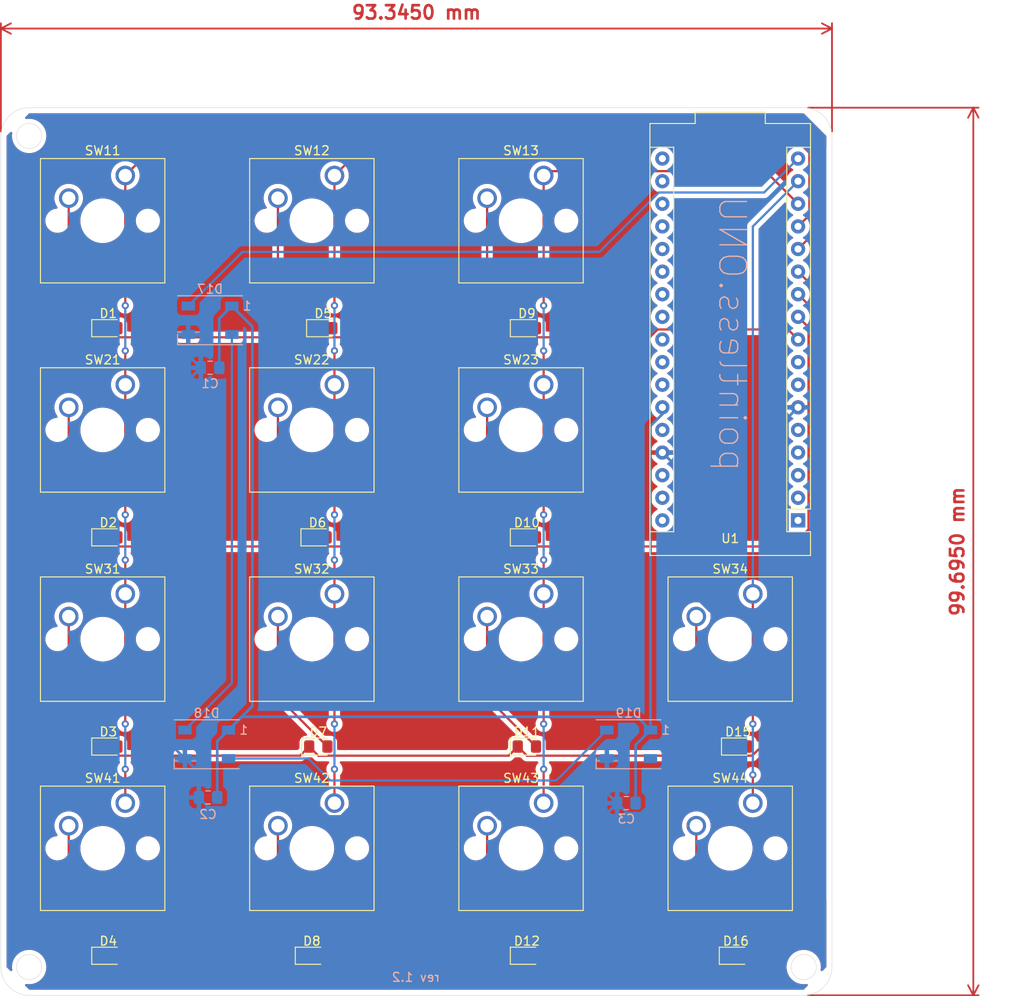
<source format=kicad_pcb>
(kicad_pcb (version 20210108) (generator pcbnew)
  (title_block (title "Onu Macropad") (date "2021-01-24") (rev "v0.1.0") (company "pointless.things") (comment 1 "Łukasz Biel") (comment 2 "lukasz-biel.dev"))
  (layers (0 "F.Cu" signal) (31 "B.Cu" signal) (34 "B.Paste" user) (35 "F.Paste" user) (36 "B.SilkS" user "B.Silkscreen") (37 "F.SilkS" user "F.Silkscreen") (38 "B.Mask" user) (39 "F.Mask" user) (44 "Edge.Cuts" user))
  (net 0 "")
  (net 1 "/GND")
  (net 2 "/VCC")
  (net 3 "Net-(D1-Pad2)")
  (net 4 "/Row1")
  (net 5 "Net-(D2-Pad2)")
  (net 6 "/Row2")
  (net 7 "Net-(D3-Pad2)")
  (net 8 "/Row3")
  (net 9 "Net-(D4-Pad2)")
  (net 10 "/Row4")
  (net 11 "Net-(D5-Pad2)")
  (net 12 "Net-(D6-Pad2)")
  (net 13 "Net-(D7-Pad2)")
  (net 14 "Net-(D8-Pad2)")
  (net 15 "Net-(D9-Pad2)")
  (net 16 "Net-(D10-Pad2)")
  (net 17 "Net-(D11-Pad2)")
  (net 18 "Net-(D12-Pad2)")
  (net 19 "Net-(D15-Pad2)")
  (net 20 "Net-(D16-Pad2)")
  (net 21 "Net-(D17-Pad2)")
  (net 22 "/LED")
  (net 23 "Net-(D18-Pad2)")
  (net 25 "/Col1")
  (net 26 "/Col2")
  (net 27 "/Col3")
  (net 28 "/Col4")
  (footprint "Button_Switch_Keyboard:SW_Cherry_MX_1.00u_PCB" (layer "F.Cu") (at 85.725 62.23)
    (fp_text reference "SW21" (at -2.54 -2.794) (layer "F.SilkS"))
    (fp_text value "SW_Push")
    (pad "" np_thru_hole circle (at 2.54 5.08) (size 1.7 1.7) (drill 1.7) (layers *.Cu *.Mask))
    (pad "" np_thru_hole circle (at -2.54 5.08) (size 4 4) (drill 4) (layers *.Cu *.Mask))
    (pad "" np_thru_hole circle (at -7.62 5.08) (size 1.7 1.7) (drill 1.7) (layers *.Cu *.Mask))
    (pad "1" thru_hole circle (at 0 0) (size 2.2 2.2) (drill 1.5) (layers *.Cu *.Mask) (net 25 "/Col1"))
    (pad "2" thru_hole circle (at -6.35 2.54) (size 2.2 2.2) (drill 1.5) (layers *.Cu *.Mask) (net 5 "Net-(D2-Pad2)"))
  )
  (footprint "Button_Switch_Keyboard:SW_Cherry_MX_1.00u_PCB" (layer "F.Cu") (at 132.715 109.22)
    (fp_text reference "SW43" (at -2.54 -2.794) (layer "F.SilkS"))
    (fp_text value "SW_Push")
    (pad "" np_thru_hole circle (at -2.54 5.08) (size 4 4) (drill 4) (layers *.Cu *.Mask))
    (pad "" np_thru_hole circle (at -7.62 5.08) (size 1.7 1.7) (drill 1.7) (layers *.Cu *.Mask))
    (pad "" np_thru_hole circle (at 2.54 5.08) (size 1.7 1.7) (drill 1.7) (layers *.Cu *.Mask))
    (pad "1" thru_hole circle (at 0 0) (size 2.2 2.2) (drill 1.5) (layers *.Cu *.Mask) (net 27 "/Col3"))
    (pad "2" thru_hole circle (at -6.35 2.54) (size 2.2 2.2) (drill 1.5) (layers *.Cu *.Mask) (net 18 "Net-(D12-Pad2)"))
  )
  (footprint "Button_Switch_Keyboard:SW_Cherry_MX_1.00u_PCB" (layer "F.Cu") (at 132.715 85.725)
    (fp_text reference "SW33" (at -2.54 -2.794) (layer "F.SilkS"))
    (fp_text value "SW_Push")
    (pad "" np_thru_hole circle (at -2.54 5.08) (size 4 4) (drill 4) (layers *.Cu *.Mask))
    (pad "" np_thru_hole circle (at -7.62 5.08) (size 1.7 1.7) (drill 1.7) (layers *.Cu *.Mask))
    (pad "" np_thru_hole circle (at 2.54 5.08) (size 1.7 1.7) (drill 1.7) (layers *.Cu *.Mask))
    (pad "1" thru_hole circle (at 0 0) (size 2.2 2.2) (drill 1.5) (layers *.Cu *.Mask) (net 27 "/Col3"))
    (pad "2" thru_hole circle (at -6.35 2.54) (size 2.2 2.2) (drill 1.5) (layers *.Cu *.Mask) (net 17 "Net-(D11-Pad2)"))
  )
  (footprint "Button_Switch_Keyboard:SW_Cherry_MX_1.00u_PCB" (layer "F.Cu") (at 132.715 38.735)
    (fp_text reference "SW13" (at -2.54 -2.794) (layer "F.SilkS"))
    (fp_text value "SW_Push")
    (pad "" np_thru_hole circle (at -7.62 5.08) (size 1.7 1.7) (drill 1.7) (layers *.Cu *.Mask))
    (pad "" np_thru_hole circle (at 2.54 5.08) (size 1.7 1.7) (drill 1.7) (layers *.Cu *.Mask))
    (pad "" np_thru_hole circle (at -2.54 5.08) (size 4 4) (drill 4) (layers *.Cu *.Mask))
    (pad "1" thru_hole circle (at 0 0) (size 2.2 2.2) (drill 1.5) (layers *.Cu *.Mask) (net 27 "/Col3"))
    (pad "2" thru_hole circle (at -6.35 2.54) (size 2.2 2.2) (drill 1.5) (layers *.Cu *.Mask) (net 15 "Net-(D9-Pad2)"))
  )
  (footprint "Diode_SMD:D_0805_2012Metric_Pad1.15x1.40mm_HandSolder" (layer "F.Cu") (at 130.8325 126.365)
    (fp_text reference "D12" (at 0 -1.65) (layer "F.SilkS"))
    (fp_text value "D")
    (pad "1" smd roundrect (at -1.025 0) (size 1.15 1.4) (layers "F.Cu" "F.Paste" "F.Mask") (roundrect_rratio 0.2173913043478261) (net 10 "/Row4"))
    (pad "2" smd roundrect (at 1.025 0) (size 1.15 1.4) (layers "F.Cu" "F.Paste" "F.Mask") (roundrect_rratio 0.2173913043478261) (net 18 "Net-(D12-Pad2)"))
  )
  (footprint "Button_Switch_Keyboard:SW_Cherry_MX_1.00u_PCB" (layer "F.Cu") (at 109.22 38.735)
    (fp_text reference "SW12" (at -2.54 -2.794) (layer "F.SilkS"))
    (fp_text value "SW_Push")
    (pad "" np_thru_hole circle (at -2.54 5.08) (size 4 4) (drill 4) (layers *.Cu *.Mask))
    (pad "" np_thru_hole circle (at -7.62 5.08) (size 1.7 1.7) (drill 1.7) (layers *.Cu *.Mask))
    (pad "" np_thru_hole circle (at 2.54 5.08) (size 1.7 1.7) (drill 1.7) (layers *.Cu *.Mask))
    (pad "1" thru_hole circle (at 0 0) (size 2.2 2.2) (drill 1.5) (layers *.Cu *.Mask) (net 26 "/Col2"))
    (pad "2" thru_hole circle (at -6.35 2.54) (size 2.2 2.2) (drill 1.5) (layers *.Cu *.Mask) (net 11 "Net-(D5-Pad2)"))
  )
  (footprint "Diode_SMD:D_0805_2012Metric_Pad1.15x1.40mm_HandSolder" (layer "F.Cu") (at 107.4075 102.87)
    (fp_text reference "D7" (at 0 -1.65) (layer "F.SilkS"))
    (fp_text value "D")
    (pad "1" smd roundrect (at -1.025 0) (size 1.15 1.4) (layers "F.Cu" "F.Paste" "F.Mask") (roundrect_rratio 0.2173913043478261) (net 8 "/Row3"))
    (pad "2" smd roundrect (at 1.025 0) (size 1.15 1.4) (layers "F.Cu" "F.Paste" "F.Mask") (roundrect_rratio 0.2173913043478261) (net 13 "Net-(D7-Pad2)"))
  )
  (footprint "Button_Switch_Keyboard:SW_Cherry_MX_1.00u_PCB" (layer "F.Cu") (at 132.715 62.23)
    (fp_text reference "SW23" (at -2.54 -2.794) (layer "F.SilkS"))
    (fp_text value "SW_Push")
    (pad "" np_thru_hole circle (at 2.54 5.08) (size 1.7 1.7) (drill 1.7) (layers *.Cu *.Mask))
    (pad "" np_thru_hole circle (at -7.62 5.08) (size 1.7 1.7) (drill 1.7) (layers *.Cu *.Mask))
    (pad "" np_thru_hole circle (at -2.54 5.08) (size 4 4) (drill 4) (layers *.Cu *.Mask))
    (pad "1" thru_hole circle (at 0 0) (size 2.2 2.2) (drill 1.5) (layers *.Cu *.Mask) (net 27 "/Col3"))
    (pad "2" thru_hole circle (at -6.35 2.54) (size 2.2 2.2) (drill 1.5) (layers *.Cu *.Mask) (net 16 "Net-(D10-Pad2)"))
  )
  (footprint "Diode_SMD:D_0805_2012Metric_Pad1.15x1.40mm_HandSolder" (layer "F.Cu") (at 83.82 79.375)
    (fp_text reference "D2" (at 0 -1.65) (layer "F.SilkS"))
    (fp_text value "D")
    (pad "1" smd roundrect (at -1.025 0) (size 1.15 1.4) (layers "F.Cu" "F.Paste" "F.Mask") (roundrect_rratio 0.2173913043478261) (net 6 "/Row2"))
    (pad "2" smd roundrect (at 1.025 0) (size 1.15 1.4) (layers "F.Cu" "F.Paste" "F.Mask") (roundrect_rratio 0.2173913043478261) (net 5 "Net-(D2-Pad2)"))
  )
  (footprint "Button_Switch_Keyboard:SW_Cherry_MX_1.00u_PCB" (layer "F.Cu") (at 85.725 38.735)
    (fp_text reference "SW11" (at -2.54 -2.794) (layer "F.SilkS"))
    (fp_text value "SW_Push")
    (pad "" np_thru_hole circle (at -7.62 5.08) (size 1.7 1.7) (drill 1.7) (layers *.Cu *.Mask))
    (pad "" np_thru_hole circle (at 2.54 5.08) (size 1.7 1.7) (drill 1.7) (layers *.Cu *.Mask))
    (pad "" np_thru_hole circle (at -2.54 5.08) (size 4 4) (drill 4) (layers *.Cu *.Mask))
    (pad "1" thru_hole circle (at 0 0) (size 2.2 2.2) (drill 1.5) (layers *.Cu *.Mask) (net 25 "/Col1"))
    (pad "2" thru_hole circle (at -6.35 2.54) (size 2.2 2.2) (drill 1.5) (layers *.Cu *.Mask) (net 3 "Net-(D1-Pad2)"))
  )
  (footprint "Button_Switch_Keyboard:SW_Cherry_MX_1.00u_PCB" (layer "F.Cu") (at 85.725 85.725)
    (fp_text reference "SW31" (at -2.54 -2.794) (layer "F.SilkS"))
    (fp_text value "SW_Push")
    (pad "" np_thru_hole circle (at -7.62 5.08) (size 1.7 1.7) (drill 1.7) (layers *.Cu *.Mask))
    (pad "" np_thru_hole circle (at 2.54 5.08) (size 1.7 1.7) (drill 1.7) (layers *.Cu *.Mask))
    (pad "" np_thru_hole circle (at -2.54 5.08) (size 4 4) (drill 4) (layers *.Cu *.Mask))
    (pad "1" thru_hole circle (at 0 0) (size 2.2 2.2) (drill 1.5) (layers *.Cu *.Mask) (net 25 "/Col1"))
    (pad "2" thru_hole circle (at -6.35 2.54) (size 2.2 2.2) (drill 1.5) (layers *.Cu *.Mask) (net 7 "Net-(D3-Pad2)"))
  )
  (footprint "Button_Switch_Keyboard:SW_Cherry_MX_1.00u_PCB" (layer "F.Cu") (at 109.22 62.23)
    (fp_text reference "SW22" (at -2.54 -2.794) (layer "F.SilkS"))
    (fp_text value "SW_Push")
    (pad "" np_thru_hole circle (at -7.62 5.08) (size 1.7 1.7) (drill 1.7) (layers *.Cu *.Mask))
    (pad "" np_thru_hole circle (at -2.54 5.08) (size 4 4) (drill 4) (layers *.Cu *.Mask))
    (pad "" np_thru_hole circle (at 2.54 5.08) (size 1.7 1.7) (drill 1.7) (layers *.Cu *.Mask))
    (pad "1" thru_hole circle (at 0 0) (size 2.2 2.2) (drill 1.5) (layers *.Cu *.Mask) (net 26 "/Col2"))
    (pad "2" thru_hole circle (at -6.35 2.54) (size 2.2 2.2) (drill 1.5) (layers *.Cu *.Mask) (net 12 "Net-(D6-Pad2)"))
  )
  (footprint "Diode_SMD:D_0805_2012Metric_Pad1.15x1.40mm_HandSolder" (layer "F.Cu") (at 130.8325 55.88)
    (fp_text reference "D9" (at 0 -1.65) (layer "F.SilkS"))
    (fp_text value "D")
    (pad "1" smd roundrect (at -1.025 0) (size 1.15 1.4) (layers "F.Cu" "F.Paste" "F.Mask") (roundrect_rratio 0.2173913043478261) (net 4 "/Row1"))
    (pad "2" smd roundrect (at 1.025 0) (size 1.15 1.4) (layers "F.Cu" "F.Paste" "F.Mask") (roundrect_rratio 0.2173913043478261) (net 15 "Net-(D9-Pad2)"))
  )
  (footprint "Diode_SMD:D_0805_2012Metric_Pad1.15x1.40mm_HandSolder" (layer "F.Cu") (at 83.82 102.87)
    (fp_text reference "D3" (at 0 -1.65) (layer "F.SilkS"))
    (fp_text value "D")
    (pad "1" smd roundrect (at -1.025 0) (size 1.15 1.4) (layers "F.Cu" "F.Paste" "F.Mask") (roundrect_rratio 0.2173913043478261) (net 8 "/Row3"))
    (pad "2" smd roundrect (at 1.025 0) (size 1.15 1.4) (layers "F.Cu" "F.Paste" "F.Mask") (roundrect_rratio 0.2173913043478261) (net 7 "Net-(D3-Pad2)"))
  )
  (footprint "Diode_SMD:D_0805_2012Metric_Pad1.15x1.40mm_HandSolder" (layer "F.Cu") (at 130.8325 79.375)
    (fp_text reference "D10" (at 0 -1.65) (layer "F.SilkS"))
    (fp_text value "D")
    (pad "1" smd roundrect (at -1.025 0) (size 1.15 1.4) (layers "F.Cu" "F.Paste" "F.Mask") (roundrect_rratio 0.2173913043478261) (net 6 "/Row2"))
    (pad "2" smd roundrect (at 1.025 0) (size 1.15 1.4) (layers "F.Cu" "F.Paste" "F.Mask") (roundrect_rratio 0.2173913043478261) (net 16 "Net-(D10-Pad2)"))
  )
  (footprint "Button_Switch_Keyboard:SW_Cherry_MX_1.00u_PCB" (layer "F.Cu") (at 156.21 85.725)
    (fp_text reference "SW34" (at -2.54 -2.794) (layer "F.SilkS"))
    (fp_text value "SW_Push")
    (pad "" np_thru_hole circle (at -2.54 5.08) (size 4 4) (drill 4) (layers *.Cu *.Mask))
    (pad "" np_thru_hole circle (at 2.54 5.08) (size 1.7 1.7) (drill 1.7) (layers *.Cu *.Mask))
    (pad "" np_thru_hole circle (at -7.62 5.08) (size 1.7 1.7) (drill 1.7) (layers *.Cu *.Mask))
    (pad "1" thru_hole circle (at 0 0) (size 2.2 2.2) (drill 1.5) (layers *.Cu *.Mask) (net 28 "/Col4"))
    (pad "2" thru_hole circle (at -6.35 2.54) (size 2.2 2.2) (drill 1.5) (layers *.Cu *.Mask) (net 19 "Net-(D15-Pad2)"))
  )
  (footprint "Button_Switch_Keyboard:SW_Cherry_MX_1.00u_PCB" (layer "F.Cu") (at 109.22 109.22)
    (fp_text reference "SW42" (at -2.54 -2.794) (layer "F.SilkS"))
    (fp_text value "SW_Push")
    (pad "" np_thru_hole circle (at -7.62 5.08) (size 1.7 1.7) (drill 1.7) (layers *.Cu *.Mask))
    (pad "" np_thru_hole circle (at -2.54 5.08) (size 4 4) (drill 4) (layers *.Cu *.Mask))
    (pad "" np_thru_hole circle (at 2.54 5.08) (size 1.7 1.7) (drill 1.7) (layers *.Cu *.Mask))
    (pad "1" thru_hole circle (at 0 0) (size 2.2 2.2) (drill 1.5) (layers *.Cu *.Mask) (net 26 "/Col2"))
    (pad "2" thru_hole circle (at -6.35 2.54) (size 2.2 2.2) (drill 1.5) (layers *.Cu *.Mask) (net 14 "Net-(D8-Pad2)"))
  )
  (footprint "Diode_SMD:D_0805_2012Metric_Pad1.15x1.40mm_HandSolder" (layer "F.Cu") (at 106.68 126.365)
    (fp_text reference "D8" (at 0 -1.65) (layer "F.SilkS"))
    (fp_text value "D")
    (pad "1" smd roundrect (at -1.025 0) (size 1.15 1.4) (layers "F.Cu" "F.Paste" "F.Mask") (roundrect_rratio 0.2173913043478261) (net 10 "/Row4"))
    (pad "2" smd roundrect (at 1.025 0) (size 1.15 1.4) (layers "F.Cu" "F.Paste" "F.Mask") (roundrect_rratio 0.2173913043478261) (net 14 "Net-(D8-Pad2)"))
  )
  (footprint "Diode_SMD:D_0805_2012Metric_Pad1.15x1.40mm_HandSolder" (layer "F.Cu") (at 130.8325 102.87)
    (fp_text reference "D11" (at 0 -1.65) (layer "F.SilkS"))
    (fp_text value "D")
    (pad "1" smd roundrect (at -1.025 0) (size 1.15 1.4) (layers "F.Cu" "F.Paste" "F.Mask") (roundrect_rratio 0.2173913043478261) (net 8 "/Row3"))
    (pad "2" smd roundrect (at 1.025 0) (size 1.15 1.4) (layers "F.Cu" "F.Paste" "F.Mask") (roundrect_rratio 0.2173913043478261) (net 17 "Net-(D11-Pad2)"))
  )
  (footprint "Button_Switch_Keyboard:SW_Cherry_MX_1.00u_PCB" (layer "F.Cu") (at 109.22 85.725)
    (fp_text reference "SW32" (at -2.54 -2.794) (layer "F.SilkS"))
    (fp_text value "SW_Push")
    (pad "" np_thru_hole circle (at 2.54 5.08) (size 1.7 1.7) (drill 1.7) (layers *.Cu *.Mask))
    (pad "" np_thru_hole circle (at -7.62 5.08) (size 1.7 1.7) (drill 1.7) (layers *.Cu *.Mask))
    (pad "" np_thru_hole circle (at -2.54 5.08) (size 4 4) (drill 4) (layers *.Cu *.Mask))
    (pad "1" thru_hole circle (at 0 0) (size 2.2 2.2) (drill 1.5) (layers *.Cu *.Mask) (net 26 "/Col2"))
    (pad "2" thru_hole circle (at -6.35 2.54) (size 2.2 2.2) (drill 1.5) (layers *.Cu *.Mask) (net 13 "Net-(D7-Pad2)"))
  )
  (footprint "Diode_SMD:D_0805_2012Metric_Pad1.15x1.40mm_HandSolder" (layer "F.Cu") (at 83.82 126.365)
    (fp_text reference "D4" (at 0 -1.65) (layer "F.SilkS"))
    (fp_text value "D")
    (pad "1" smd roundrect (at -1.025 0) (size 1.15 1.4) (layers "F.Cu" "F.Paste" "F.Mask") (roundrect_rratio 0.2173913043478261) (net 10 "/Row4"))
    (pad "2" smd roundrect (at 1.025 0) (size 1.15 1.4) (layers "F.Cu" "F.Paste" "F.Mask") (roundrect_rratio 0.2173913043478261) (net 9 "Net-(D4-Pad2)"))
  )
  (footprint "Diode_SMD:D_0805_2012Metric_Pad1.15x1.40mm_HandSolder" (layer "F.Cu") (at 83.82 55.88)
    (fp_text reference "D1" (at 0 -1.65) (layer "F.SilkS"))
    (fp_text value "D")
    (pad "1" smd roundrect (at -1.025 0) (size 1.15 1.4) (layers "F.Cu" "F.Paste" "F.Mask") (roundrect_rratio 0.2173913043478261) (net 4 "/Row1"))
    (pad "2" smd roundrect (at 1.025 0) (size 1.15 1.4) (layers "F.Cu" "F.Paste" "F.Mask") (roundrect_rratio 0.2173913043478261) (net 3 "Net-(D1-Pad2)"))
  )
  (footprint "Diode_SMD:D_0805_2012Metric_Pad1.15x1.40mm_HandSolder" (layer "F.Cu") (at 107.95 55.88)
    (fp_text reference "D5" (at 0 -1.65) (layer "F.SilkS"))
    (fp_text value "D")
    (pad "1" smd roundrect (at -1.025 0) (size 1.15 1.4) (layers "F.Cu" "F.Paste" "F.Mask") (roundrect_rratio 0.2173913043478261) (net 4 "/Row1"))
    (pad "2" smd roundrect (at 1.025 0) (size 1.15 1.4) (layers "F.Cu" "F.Paste" "F.Mask") (roundrect_rratio 0.2173913043478261) (net 11 "Net-(D5-Pad2)"))
  )
  (footprint "Arduino:Arduino_Micro" (layer "F.Cu") (at 161.29 77.47 180)
    (fp_text reference "U1" (at 7.62 -2.032) (layer "F.SilkS"))
    (fp_text value "Arduino_Micro")
    (pad "1" thru_hole rect (at 0 0 180) (size 1.6 1.6) (drill 0.8) (layers *.Cu *.Mask))
    (pad "2" thru_hole oval (at 0 2.54 180) (size 1.6 1.6) (drill 0.8) (layers *.Cu *.Mask))
    (pad "3" thru_hole oval (at 0 5.08 180) (size 1.6 1.6) (drill 0.8) (layers *.Cu *.Mask))
    (pad "4" thru_hole oval (at 0 7.62 180) (size 1.6 1.6) (drill 0.8) (layers *.Cu *.Mask))
    (pad "5" thru_hole oval (at 0 10.16 180) (size 1.6 1.6) (drill 0.8) (layers *.Cu *.Mask))
    (pad "6" thru_hole oval (at 0 12.7 180) (size 1.6 1.6) (drill 0.8) (layers *.Cu *.Mask) (net 1 "/GND"))
    (pad "7" thru_hole oval (at 0 15.24 180) (size 1.6 1.6) (drill 0.8) (layers *.Cu *.Mask))
    (pad "8" thru_hole oval (at 0 17.78 180) (size 1.6 1.6) (drill 0.8) (layers *.Cu *.Mask))
    (pad "9" thru_hole oval (at 0 20.32 180) (size 1.6 1.6) (drill 0.8) (layers *.Cu *.Mask) (net 4 "/Row1"))
    (pad "10" thru_hole oval (at 0 22.86 180) (size 1.6 1.6) (drill 0.8) (layers *.Cu *.Mask) (net 6 "/Row2"))
    (pad "11" thru_hole oval (at 0 25.4 180) (size 1.6 1.6) (drill 0.8) (layers *.Cu *.Mask) (net 8 "/Row3"))
    (pad "12" thru_hole oval (at 0 27.94 180) (size 1.6 1.6) (drill 0.8) (layers *.Cu *.Mask) (net 10 "/Row4"))
    (pad "13" thru_hole oval (at 0 30.48 180) (size 1.6 1.6) (drill 0.8) (layers *.Cu *.Mask) (net 25 "/Col1"))
    (pad "14" thru_hole oval (at 0 33.02 180) (size 1.6 1.6) (drill 0.8) (layers *.Cu *.Mask) (net 26 "/Col2"))
    (pad "15" thru_hole oval (at 0 35.56 180) (size 1.6 1.6) (drill 0.8) (layers *.Cu *.Mask) (net 27 "/Col3"))
    (pad "16" thru_hole oval (at 0 38.1 180) (size 1.6 1.6) (drill 0.8) (layers *.Cu *.Mask) (net 28 "/Col4"))
    (pad "17" thru_hole oval (at 0 40.64 180) (size 1.6 1.6) (drill 0.8) (layers *.Cu *.Mask) (net 22 "/LED"))
    (pad "18" thru_hole oval (at 15.24 40.64 180) (size 1.6 1.6) (drill 0.8) (layers *.Cu *.Mask))
    (pad "19" thru_hole oval (at 15.24 38.1 180) (size 1.6 1.6) (drill 0.8) (layers *.Cu *.Mask))
    (pad "20" thru_hole oval (at 15.24 35.56 180) (size 1.6 1.6) (drill 0.8) (layers *.Cu *.Mask))
    (pad "21" thru_hole oval (at 15.24 33.02 180) (size 1.6 1.6) (drill 0.8) (layers *.Cu *.Mask))
    (pad "22" thru_hole oval (at 15.24 30.48 180) (size 1.6 1.6) (drill 0.8) (layers *.Cu *.Mask))
    (pad "23" thru_hole oval (at 15.24 27.94 180) (size 1.6 1.6) (drill 0.8) (layers *.Cu *.Mask))
    (pad "24" thru_hole oval (at 15.24 25.4 180) (size 1.6 1.6) (drill 0.8) (layers *.Cu *.Mask))
    (pad "25" thru_hole oval (at 15.24 22.86 180) (size 1.6 1.6) (drill 0.8) (layers *.Cu *.Mask))
    (pad "26" thru_hole oval (at 15.24 20.32 180) (size 1.6 1.6) (drill 0.8) (layers *.Cu *.Mask))
    (pad "27" thru_hole oval (at 15.24 17.78 180) (size 1.6 1.6) (drill 0.8) (layers *.Cu *.Mask))
    (pad "28" thru_hole oval (at 15.24 15.24 180) (size 1.6 1.6) (drill 0.8) (layers *.Cu *.Mask))
    (pad "29" thru_hole oval (at 15.24 12.7 180) (size 1.6 1.6) (drill 0.8) (layers *.Cu *.Mask) (net 2 "/VCC"))
    (pad "30" thru_hole oval (at 15.24 10.16 180) (size 1.6 1.6) (drill 0.8) (layers *.Cu *.Mask))
    (pad "31" thru_hole oval (at 15.24 7.62 180) (size 1.6 1.6) (drill 0.8) (layers *.Cu *.Mask) (net 1 "/GND"))
    (pad "32" thru_hole oval (at 15.24 5.08 180) (size 1.6 1.6) (drill 0.8) (layers *.Cu *.Mask))
    (pad "33" thru_hole oval (at 15.24 2.54 180) (size 1.6 1.6) (drill 0.8) (layers *.Cu *.Mask))
    (pad "34" thru_hole oval (at 15.24 0 180) (size 1.6 1.6) (drill 0.8) (layers *.Cu *.Mask))
  )
  (footprint "Diode_SMD:D_0805_2012Metric_Pad1.15x1.40mm_HandSolder" (layer "F.Cu") (at 154.305 126.365)
    (fp_text reference "D16" (at 0 -1.65) (layer "F.SilkS"))
    (fp_text value "D")
    (pad "1" smd roundrect (at -1.025 0) (size 1.15 1.4) (layers "F.Cu" "F.Paste" "F.Mask") (roundrect_rratio 0.2173913043478261) (net 10 "/Row4"))
    (pad "2" smd roundrect (at 1.025 0) (size 1.15 1.4) (layers "F.Cu" "F.Paste" "F.Mask") (roundrect_rratio 0.2173913043478261) (net 20 "Net-(D16-Pad2)"))
  )
  (footprint "Diode_SMD:D_0805_2012Metric_Pad1.15x1.40mm_HandSolder" (layer "F.Cu") (at 154.55 102.87)
    (fp_text reference "D15" (at 0 -1.65) (layer "F.SilkS"))
    (fp_text value "D")
    (pad "1" smd roundrect (at -1.025 0) (size 1.15 1.4) (layers "F.Cu" "F.Paste" "F.Mask") (roundrect_rratio 0.2173913043478261) (net 8 "/Row3"))
    (pad "2" smd roundrect (at 1.025 0) (size 1.15 1.4) (layers "F.Cu" "F.Paste" "F.Mask") (roundrect_rratio 0.2173913043478261) (net 19 "Net-(D15-Pad2)"))
  )
  (footprint "Button_Switch_Keyboard:SW_Cherry_MX_1.00u_PCB" (layer "F.Cu") (at 85.725 109.22)
    (fp_text reference "SW41" (at -2.54 -2.794) (layer "F.SilkS"))
    (fp_text value "SW_Push")
    (pad "" np_thru_hole circle (at -7.62 5.08) (size 1.7 1.7) (drill 1.7) (layers *.Cu *.Mask))
    (pad "" np_thru_hole circle (at 2.54 5.08) (size 1.7 1.7) (drill 1.7) (layers *.Cu *.Mask))
    (pad "" np_thru_hole circle (at -2.54 5.08) (size 4 4) (drill 4) (layers *.Cu *.Mask))
    (pad "1" thru_hole circle (at 0 0) (size 2.2 2.2) (drill 1.5) (layers *.Cu *.Mask) (net 25 "/Col1"))
    (pad "2" thru_hole circle (at -6.35 2.54) (size 2.2 2.2) (drill 1.5) (layers *.Cu *.Mask) (net 9 "Net-(D4-Pad2)"))
  )
  (footprint "Button_Switch_Keyboard:SW_Cherry_MX_1.00u_PCB" (layer "F.Cu") (at 156.21 109.22)
    (fp_text reference "SW44" (at -2.54 -2.794) (layer "F.SilkS"))
    (fp_text value "SW_Push")
    (pad "" np_thru_hole circle (at 2.54 5.08) (size 1.7 1.7) (drill 1.7) (layers *.Cu *.Mask))
    (pad "" np_thru_hole circle (at -2.54 5.08) (size 4 4) (drill 4) (layers *.Cu *.Mask))
    (pad "" np_thru_hole circle (at -7.62 5.08) (size 1.7 1.7) (drill 1.7) (layers *.Cu *.Mask))
    (pad "1" thru_hole circle (at 0 0) (size 2.2 2.2) (drill 1.5) (layers *.Cu *.Mask) (net 28 "/Col4"))
    (pad "2" thru_hole circle (at -6.35 2.54) (size 2.2 2.2) (drill 1.5) (layers *.Cu *.Mask) (net 20 "Net-(D16-Pad2)"))
  )
  (footprint "Diode_SMD:D_0805_2012Metric_Pad1.15x1.40mm_HandSolder" (layer "F.Cu") (at 107.315 79.375)
    (fp_text reference "D6" (at 0 -1.65) (layer "F.SilkS"))
    (fp_text value "D")
    (pad "1" smd roundrect (at -1.025 0) (size 1.15 1.4) (layers "F.Cu" "F.Paste" "F.Mask") (roundrect_rratio 0.2173913043478261) (net 6 "/Row2"))
    (pad "2" smd roundrect (at 1.025 0) (size 1.15 1.4) (layers "F.Cu" "F.Paste" "F.Mask") (roundrect_rratio 0.2173913043478261) (net 12 "Net-(D6-Pad2)"))
  )
  (footprint "LED_SMD:LED_WS2812B_PLCC4_5.0x5.0mm_P3.2mm" (layer "B.Cu") (at 95.25 54.991 180)
    (fp_text reference "D17" (at 0 3.5) (layer "B.SilkS") (effects (justify mirror)))
    (fp_text value "WS2812B")
    (fp_text user "1" (at -4.15 1.6) (layer "B.SilkS") (effects (justify mirror)))
    (pad "1" smd rect (at -2.45 1.6 180) (size 1.5 1) (layers "B.Cu" "B.Paste" "B.Mask") (net 2 "/VCC"))
    (pad "2" smd rect (at -2.45 -1.6 180) (size 1.5 1) (layers "B.Cu" "B.Paste" "B.Mask") (net 21 "Net-(D17-Pad2)"))
    (pad "3" smd rect (at 2.45 -1.6 180) (size 1.5 1) (layers "B.Cu" "B.Paste" "B.Mask") (net 1 "/GND"))
    (pad "4" smd rect (at 2.45 1.6 180) (size 1.5 1) (layers "B.Cu" "B.Paste" "B.Mask") (net 22 "/LED"))
  )
  (footprint "Capacitor_SMD:C_0805_2012Metric_Pad1.18x1.45mm_HandSolder" (layer "B.Cu") (at 142.0075 109.22 180)
    (fp_text reference "C3" (at 0 -1.778) (layer "B.SilkS") (effects (justify mirror)))
    (fp_text value "100nF")
    (pad "1" smd roundrect (at -1.0375 0 180) (size 1.175 1.45) (layers "B.Cu" "B.Paste" "B.Mask") (roundrect_rratio 0.2127659574468085) (net 2 "/VCC"))
    (pad "2" smd roundrect (at 1.0375 0 180) (size 1.175 1.45) (layers "B.Cu" "B.Paste" "B.Mask") (roundrect_rratio 0.2127659574468085) (net 1 "/GND"))
  )
  (footprint "Capacitor_SMD:C_0805_2012Metric_Pad1.18x1.45mm_HandSolder" (layer "B.Cu") (at 95.0175 108.585 180)
    (fp_text reference "C2" (at 0 -1.905) (layer "B.SilkS") (effects (justify mirror)))
    (fp_text value "100nF")
    (pad "1" smd roundrect (at -1.0375 0 180) (size 1.175 1.45) (layers "B.Cu" "B.Paste" "B.Mask") (roundrect_rratio 0.2127659574468085) (net 2 "/VCC"))
    (pad "2" smd roundrect (at 1.0375 0 180) (size 1.175 1.45) (layers "B.Cu" "B.Paste" "B.Mask") (roundrect_rratio 0.2127659574468085) (net 1 "/GND"))
  )
  (footprint "LED_SMD:LED_WS2812B_PLCC4_5.0x5.0mm_P3.2mm" (layer "B.Cu") (at 94.869 102.616 180)
    (fp_text reference "D18" (at 0 3.5) (layer "B.SilkS") (effects (justify mirror)))
    (fp_text value "WS2812B")
    (fp_text user "1" (at -4.15 1.6) (layer "B.SilkS") (effects (justify mirror)))
    (pad "1" smd rect (at -2.45 1.6 180) (size 1.5 1) (layers "B.Cu" "B.Paste" "B.Mask") (net 2 "/VCC"))
    (pad "2" smd rect (at -2.45 -1.6 180) (size 1.5 1) (layers "B.Cu" "B.Paste" "B.Mask") (net 23 "Net-(D18-Pad2)"))
    (pad "3" smd rect (at 2.45 -1.6 180) (size 1.5 1) (layers "B.Cu" "B.Paste" "B.Mask") (net 1 "/GND"))
    (pad "4" smd rect (at 2.45 1.6 180) (size 1.5 1) (layers "B.Cu" "B.Paste" "B.Mask") (net 21 "Net-(D17-Pad2)"))
  )
  (footprint "Capacitor_SMD:C_0805_2012Metric_Pad1.18x1.45mm_HandSolder" (layer "B.Cu") (at 95.25 60.325 180)
    (fp_text reference "C1" (at 0 -1.778) (layer "B.SilkS") (effects (justify mirror)))
    (fp_text value "100nF")
    (pad "1" smd roundrect (at -1.0375 0 180) (size 1.175 1.45) (layers "B.Cu" "B.Paste" "B.Mask") (roundrect_rratio 0.2127659574468085) (net 2 "/VCC"))
    (pad "2" smd roundrect (at 1.0375 0 180) (size 1.175 1.45) (layers "B.Cu" "B.Paste" "B.Mask") (roundrect_rratio 0.2127659574468085) (net 1 "/GND"))
  )
  (footprint "LED_SMD:LED_WS2812B_PLCC4_5.0x5.0mm_P3.2mm" (layer "B.Cu") (at 142.2615 102.616 180)
    (fp_text reference "D19" (at 0 3.5) (layer "B.SilkS") (effects (justify mirror)))
    (fp_text value "WS2812B")
    (fp_text user "1" (at -4.15 1.6) (layer "B.SilkS") (effects (justify mirror)))
    (pad "1" smd rect (at -2.45 1.6 180) (size 1.5 1) (layers "B.Cu" "B.Paste" "B.Mask") (net 2 "/VCC"))
    (pad "2" smd rect (at -2.45 -1.6 180) (size 1.5 1) (layers "B.Cu" "B.Paste" "B.Mask"))
    (pad "3" smd rect (at 2.45 -1.6 180) (size 1.5 1) (layers "B.Cu" "B.Paste" "B.Mask") (net 1 "/GND"))
    (pad "4" smd rect (at 2.45 1.6 180) (size 1.5 1) (layers "B.Cu" "B.Paste" "B.Mask") (net 23 "Net-(D18-Pad2)"))
  )
  (gr_arc (start 161.925 34.29) (end 161.925 31.115) (angle 90) (layer "Edge.Cuts") (width 0.05))
  (gr_arc (start 74.93 34.29) (end 71.755 34.29) (angle 90) (layer "Edge.Cuts") (width 0.05))
  (gr_arc (start 74.93 127.635) (end 74.93 130.81) (angle 90) (layer "Edge.Cuts") (width 0.05))
  (gr_circle (center 74.93 34.29) (end 76.2 33.655) (layer "Edge.Cuts") (width 0.05) (fill none))
  (gr_line (start 71.755 34.29) (end 71.755 127.635) (layer "Edge.Cuts") (width 0.05))
  (gr_line (start 165.1 127.635) (end 165.1 34.29) (layer "Edge.Cuts") (width 0.05))
  (gr_arc (start 161.925 127.635) (end 165.1 127.635) (angle 90) (layer "Edge.Cuts") (width 0.05))
  (gr_circle (center 74.93 127.635) (end 76.2 127) (layer "Edge.Cuts") (width 0.05) (fill none))
  (gr_line (start 161.925 31.115) (end 74.93 31.115) (layer "Edge.Cuts") (width 0.05))
  (gr_circle (center 161.925 127.635) (end 163.195 127) (layer "Edge.Cuts") (width 0.05) (fill none))
  (gr_line (start 74.93 130.81) (end 161.925 130.81) (layer "Edge.Cuts") (width 0.05))
  (gr_text "rev 1.2" (at 118.364 128.778) (layer "B.SilkS") (effects (font (size 1 1)) (justify mirror)))
  (gr_text "pointless.ONU" (at 153.8875 56.515 270) (layer "B.SilkS") (effects (font (size 3 3)) (justify mirror)))
  (dimension (type aligned) (layer "F.Cu") (pts (xy 71.755 34.29) (xy 165.1 34.29)) (height -12.065) (gr_text "93.3450 mm" (at 118.4275 20.425) (layer "F.Cu") (effects (font (size 1.5 1.5) (thickness 0.3)))) (format (units 3) (units_format 1) (precision 4)) (style (thickness 0.2) (arrow_length 1.27) (text_position_mode 0) (extension_height 0.58642) (extension_offset 0.5) keep_text_aligned))
  (dimension (type aligned) (layer "F.Cu") (pts (xy 161.925 130.81) (xy 161.925 31.115)) (height 19.05) (gr_text "99.6950 mm" (at 182.775 80.9625 90) (layer "F.Cu") (effects (font (size 1.5 1.5) (thickness 0.3)))) (format (units 3) (units_format 1) (precision 4)) (style (thickness 0.2) (arrow_length 1.27) (text_position_mode 0) (extension_height 0.58642) (extension_offset 0.5) keep_text_aligned))
  (segment (start 92.419 104.216) (end 91.268989 103.065989) (width 0.3) (layer "B.Cu") (net 1))
  (segment (start 147.589979 85.455021) (end 146.05 86.995) (width 0.3) (layer "B.Cu") (net 1))
  (segment (start 91.268989 63.268511) (end 94.2125 60.325) (width 0.3) (layer "B.Cu") (net 1))
  (segment (start 146.05 99.695) (end 147.955 101.6) (width 0.3) (layer "B.Cu") (net 1))
  (segment (start 147.589979 71.389979) (end 147.589979 83.859968) (width 0.3) (layer "B.Cu") (net 1))
  (segment (start 147.589979 83.859968) (end 149.185032 85.455021) (width 0.3) (layer "B.Cu") (net 1))
  (segment (start 107.575009 109.71002) (end 95.10502 109.71002) (width 0.3) (layer "B.Cu") (net 1))
  (segment (start 147.955 106.041768) (end 143.651748 110.34502) (width 0.3) (layer "B.Cu") (net 1))
  (segment (start 156.525017 87.63) (end 151.360011 87.63) (width 0.3) (layer "B.Cu") (net 1))
  (segment (start 95.10502 109.71002) (end 93.98 108.585) (width 0.3) (layer "B.Cu") (net 1))
  (segment (start 92.8 58.9125) (end 94.2125 60.325) (width 0.3) (layer "B.Cu") (net 1))
  (segment (start 146.05 69.85) (end 147.589979 71.389979) (width 0.3) (layer "B.Cu") (net 1))
  (segment (start 139.8115 108.0615) (end 140.97 109.22) (width 0.3) (layer "B.Cu") (net 1))
  (segment (start 149.185032 85.455021) (end 147.589979 85.455021) (width 0.3) (layer "B.Cu") (net 1))
  (segment (start 140.97 109.22) (end 139.150006 111.039994) (width 0.3) (layer "B.Cu") (net 1))
  (segment (start 92.419 104.216) (end 93.98 105.777) (width 0.3) (layer "B.Cu") (net 1))
  (segment (start 109.940006 110.720011) (end 108.585 110.720011) (width 0.3) (layer "B.Cu") (net 1))
  (segment (start 93.98 105.777) (end 93.98 108.585) (width 0.3) (layer "B.Cu") (net 1))
  (segment (start 143.651748 110.34502) (end 142.09502 110.34502) (width 0.3) (layer "B.Cu") (net 1))
  (segment (start 139.8115 104.216) (end 139.8115 108.0615) (width 0.3) (layer "B.Cu") (net 1))
  (segment (start 108.585 110.720011) (end 107.575009 109.71002) (width 0.3) (layer "B.Cu") (net 1))
  (segment (start 91.268989 103.065989) (end 91.268989 63.268511) (width 0.3) (layer "B.Cu") (net 1))
  (segment (start 147.955 106.041768) (end 147.589979 106.406789) (width 0.3) (layer "B.Cu") (net 1))
  (segment (start 160.089989 65.970011) (end 160.089989 84.065028) (width 0.3) (layer "B.Cu") (net 1))
  (segment (start 126.680017 109.940006) (end 110.720011 109.940006) (width 0.3) (layer "B.Cu") (net 1))
  (segment (start 110.720011 109.940006) (end 109.940006 110.720011) (width 0.3) (layer "B.Cu") (net 1))
  (segment (start 146.05 86.995) (end 146.05 99.695) (width 0.3) (layer "B.Cu") (net 1))
  (segment (start 127.780005 111.039994) (end 126.680017 109.940006) (width 0.3) (layer "B.Cu") (net 1))
  (segment (start 142.09502 110.34502) (end 140.97 109.22) (width 0.3) (layer "B.Cu") (net 1))
  (segment (start 151.360011 87.63) (end 149.185032 85.455021) (width 0.3) (layer "B.Cu") (net 1))
  (segment (start 160.089989 84.065028) (end 156.525017 87.63) (width 0.3) (layer "B.Cu") (net 1))
  (segment (start 161.29 64.77) (end 160.089989 65.970011) (width 0.3) (layer "B.Cu") (net 1))
  (segment (start 139.150006 111.039994) (end 127.780005 111.039994) (width 0.3) (layer "B.Cu") (net 1))
  (segment (start 92.8 56.591) (end 92.8 58.9125) (width 0.3) (layer "B.Cu") (net 1))
  (segment (start 147.955 101.6) (end 147.955 106.041768) (width 0.3) (layer "B.Cu") (net 1))
  (segment (start 100.0055 98.3295) (end 99.5485 98.7865) (width 0.3) (layer "B.Cu") (net 2))
  (segment (start 146.05 65.533983) (end 146.05 64.77) (width 0.3) (layer "B.Cu") (net 2))
  (segment (start 97.7 53.391) (end 96.2875 54.8035) (width 0.3) (layer "B.Cu") (net 2))
  (segment (start 97.7 53.391) (end 100.0055 55.6965) (width 0.3) (layer "B.Cu") (net 2))
  (segment (start 143.045 102.6825) (end 144.7115 101.016) (width 0.3) (layer "B.Cu") (net 2))
  (segment (start 144.7115 101.016) (end 143.225489 99.529989) (width 0.3) (layer "B.Cu") (net 2))
  (segment (start 98.805011 99.529989) (end 97.319 101.016) (width 0.3) (layer "B.Cu") (net 2))
  (segment (start 144.7115 66.872483) (end 146.05 65.533983) (width 0.3) (layer "B.Cu") (net 2))
  (segment (start 96.055 102.28) (end 97.319 101.016) (width 0.3) (layer "B.Cu") (net 2))
  (segment (start 143.225489 99.529989) (end 98.805011 99.529989) (width 0.3) (layer "B.Cu") (net 2))
  (segment (start 144.7115 101.016) (end 144.7115 66.872483) (width 0.3) (layer "B.Cu") (net 2))
  (segment (start 143.045 109.22) (end 143.045 102.6825) (width 0.3) (layer "B.Cu") (net 2))
  (segment (start 100.0055 98.3295) (end 97.319 101.016) (width 0.3) (layer "B.Cu") (net 2))
  (segment (start 96.055 108.585) (end 96.055 102.28) (width 0.3) (layer "B.Cu") (net 2))
  (segment (start 96.2875 54.8035) (end 96.2875 60.325) (width 0.3) (layer "B.Cu") (net 2))
  (segment (start 100.0055 55.6965) (end 100.0055 98.3295) (width 0.3) (layer "B.Cu") (net 2))
  (segment (start 79.375 50.41) (end 84.845 55.88) (width 0.25) (layer "F.Cu") (net 3))
  (segment (start 79.375 41.275) (end 79.375 50.41) (width 0.25) (layer "F.Cu") (net 3))
  (segment (start 144.629963 56.90502) (end 145.509994 56.024989) (width 0.25) (layer "F.Cu") (net 4))
  (segment (start 83.82002 56.90502) (end 105.89998 56.90502) (width 0.25) (layer "F.Cu") (net 4))
  (segment (start 105.89998 56.90502) (end 106.925 55.88) (width 0.25) (layer "F.Cu") (net 4))
  (segment (start 145.509994 56.024989) (end 160.164989 56.024989) (width 0.25) (layer "F.Cu") (net 4))
  (segment (start 106.925 55.88) (end 107.95002 56.90502) (width 0.25) (layer "F.Cu") (net 4))
  (segment (start 160.164989 56.024989) (end 161.29 57.15) (width 0.25) (layer "F.Cu") (net 4))
  (segment (start 107.95002 56.90502) (end 128.78248 56.90502) (width 0.25) (layer "F.Cu") (net 4))
  (segment (start 129.8075 55.88) (end 130.83252 56.90502) (width 0.25) (layer "F.Cu") (net 4))
  (segment (start 130.83252 56.90502) (end 144.629963 56.90502) (width 0.25) (layer "F.Cu") (net 4))
  (segment (start 128.78248 56.90502) (end 129.8075 55.88) (width 0.25) (layer "F.Cu") (net 4))
  (segment (start 82.795 55.88) (end 83.82002 56.90502) (width 0.25) (layer "F.Cu") (net 4))
  (segment (start 79.375 73.905) (end 84.845 79.375) (width 0.25) (layer "F.Cu") (net 5))
  (segment (start 79.375 64.77) (end 79.375 73.905) (width 0.25) (layer "F.Cu") (net 5))
  (segment (start 162.465011 78.480009) (end 162.465011 55.785011) (width 0.25) (layer "F.Cu") (net 6))
  (segment (start 107.31502 80.40002) (end 128.78248 80.40002) (width 0.25) (layer "F.Cu") (net 6))
  (segment (start 82.795 79.375) (end 83.82002 80.40002) (width 0.25) (layer "F.Cu") (net 6))
  (segment (start 106.29 79.375) (end 107.31502 80.40002) (width 0.25) (layer "F.Cu") (net 6))
  (segment (start 83.82002 80.40002) (end 105.26498 80.40002) (width 0.25) (layer "F.Cu") (net 6))
  (segment (start 129.8075 79.375) (end 130.83252 80.40002) (width 0.25) (layer "F.Cu") (net 6))
  (segment (start 162.465011 55.785011) (end 161.29 54.61) (width 0.25) (layer "F.Cu") (net 6))
  (segment (start 105.26498 80.40002) (end 106.29 79.375) (width 0.25) (layer "F.Cu") (net 6))
  (segment (start 130.83252 80.40002) (end 160.545 80.40002) (width 0.25) (layer "F.Cu") (net 6))
  (segment (start 128.78248 80.40002) (end 129.8075 79.375) (width 0.25) (layer "F.Cu") (net 6))
  (segment (start 160.545 80.40002) (end 162.465011 78.480009) (width 0.25) (layer "F.Cu") (net 6))
  (segment (start 79.375 88.265) (end 79.375 97.4) (width 0.25) (layer "F.Cu") (net 7))
  (segment (start 79.375 97.4) (end 84.845 102.87) (width 0.25) (layer "F.Cu") (net 7))
  (segment (start 130.83252 103.89502) (end 152.49998 103.89502) (width 0.25) (layer "F.Cu") (net 8))
  (segment (start 156.138182 103.89502) (end 163.195 96.838202) (width 0.25) (layer "F.Cu") (net 8))
  (segment (start 154.55002 103.89502) (end 156.138182 103.89502) (width 0.25) (layer "F.Cu") (net 8))
  (segment (start 107.40752 103.89502) (end 128.78248 103.89502) (width 0.25) (layer "F.Cu") (net 8))
  (segment (start 129.8075 102.87) (end 130.83252 103.89502) (width 0.25) (layer "F.Cu") (net 8))
  (segment (start 82.795 102.87) (end 83.82002 103.89502) (width 0.25) (layer "F.Cu") (net 8))
  (segment (start 105.35748 103.89502) (end 106.3825 102.87) (width 0.25) (layer "F.Cu") (net 8))
  (segment (start 163.195 96.838202) (end 163.195 53.975) (width 0.25) (layer "F.Cu") (net 8))
  (segment (start 152.49998 103.89502) (end 153.525 102.87) (width 0.25) (layer "F.Cu") (net 8))
  (segment (start 128.78248 103.89502) (end 129.8075 102.87) (width 0.25) (layer "F.Cu") (net 8))
  (segment (start 163.195 53.975) (end 161.29 52.07) (width 0.25) (layer "F.Cu") (net 8))
  (segment (start 83.82002 103.89502) (end 105.35748 103.89502) (width 0.25) (layer "F.Cu") (net 8))
  (segment (start 153.525 102.87) (end 154.55002 103.89502) (width 0.25) (layer "F.Cu") (net 8))
  (segment (start 106.3825 102.87) (end 107.40752 103.89502) (width 0.25) (layer "F.Cu") (net 8))
  (segment (start 79.375 111.76) (end 79.375 120.895) (width 0.25) (layer "F.Cu") (net 9))
  (segment (start 79.375 120.895) (end 84.845 126.365) (width 0.25) (layer "F.Cu") (net 9))
  (segment (start 163.83 119.453202) (end 163.83 52.07) (width 0.25) (layer "F.Cu") (net 10))
  (segment (start 153.28 126.365) (end 154.30502 127.39002) (width 0.25) (layer "F.Cu") (net 10))
  (segment (start 154.30502 127.39002) (end 155.893182 127.39002) (width 0.25) (layer "F.Cu") (net 10))
  (segment (start 83.82002 127.39002) (end 105.01998 127.39002) (width 0.25) (layer "F.Cu") (net 10))
  (segment (start 130.83252 127.39002) (end 152.00998 127.39002) (width 0.25) (layer "F.Cu") (net 10))
  (segment (start 155.893182 127.39002) (end 163.83 119.453202) (width 0.25) (layer "F.Cu") (net 10))
  (segment (start 152.00998 127.39002) (end 153.035 126.365) (width 0.25) (layer "F.Cu") (net 10))
  (segment (start 129.8075 126.365) (end 130.83252 127.39002) (width 0.25) (layer "F.Cu") (net 10))
  (segment (start 105.655 126.755) (end 105.655 126.365) (width 0.25) (layer "F.Cu") (net 10))
  (segment (start 106.68002 127.39002) (end 128.78248 127.39002) (width 0.25) (layer "F.Cu") (net 10))
  (segment (start 105.01998 127.39002) (end 105.655 126.755) (width 0.25) (layer "F.Cu") (net 10))
  (segment (start 105.655 126.365) (end 106.68002 127.39002) (width 0.25) (layer "F.Cu") (net 10))
  (segment (start 163.83 52.07) (end 161.29 49.53) (width 0.25) (layer "F.Cu") (net 10))
  (segment (start 128.78248 127.39002) (end 129.8075 126.365) (width 0.25) (layer "F.Cu") (net 10))
  (segment (start 153.035 126.365) (end 153.28 126.365) (width 0.25) (layer "F.Cu") (net 10))
  (segment (start 82.795 126.365) (end 83.82002 127.39002) (width 0.25) (layer "F.Cu") (net 10))
  (segment (start 102.87 49.775) (end 108.975 55.88) (width 0.25) (layer "F.Cu") (net 11))
  (segment (start 102.87 41.275) (end 102.87 49.775) (width 0.25) (layer "F.Cu") (net 11))
  (segment (start 102.87 64.77) (end 102.87 73.905) (width 0.25) (layer "F.Cu") (net 12))
  (segment (start 102.87 73.905) (end 108.34 79.375) (width 0.25) (layer "F.Cu") (net 12))
  (segment (start 102.87 88.265) (end 102.87 97.3075) (width 0.25) (layer "F.Cu") (net 13))
  (segment (start 102.87 97.3075) (end 108.4325 102.87) (width 0.25) (layer "F.Cu") (net 13))
  (segment (start 102.87 121.53) (end 107.705 126.365) (width 0.25) (layer "F.Cu") (net 14))
  (segment (start 102.87 111.76) (end 102.87 121.53) (width 0.25) (layer "F.Cu") (net 14))
  (segment (start 126.365 50.3875) (end 126.365 41.275) (width 0.25) (layer "F.Cu") (net 15))
  (segment (start 131.8575 55.88) (end 126.365 50.3875) (width 0.25) (layer "F.Cu") (net 15))
  (segment (start 126.365 64.77) (end 126.365 73.8825) (width 0.25) (layer "F.Cu") (net 16))
  (segment (start 126.365 73.8825) (end 131.8575 79.375) (width 0.25) (layer "F.Cu") (net 16))
  (segment (start 126.365 97.3775) (end 131.8575 102.87) (width 0.25) (layer "F.Cu") (net 17))
  (segment (start 126.365 88.265) (end 126.365 97.3775) (width 0.25) (layer "F.Cu") (net 17))
  (segment (start 126.365 120.8725) (end 131.8575 126.365) (width 0.25) (layer "F.Cu") (net 18))
  (segment (start 126.365 111.76) (end 126.365 120.8725) (width 0.25) (layer "F.Cu") (net 18))
  (segment (start 149.86 88.265) (end 149.86 97.155) (width 0.25) (layer "F.Cu") (net 19))
  (segment (start 149.86 97.155) (end 155.575 102.87) (width 0.25) (layer "F.Cu") (net 19))
  (segment (start 149.86 111.76) (end 149.86 120.895) (width 0.25) (layer "F.Cu") (net 20))
  (segment (start 149.86 120.895) (end 155.33 126.365) (width 0.25) (layer "F.Cu") (net 20))
  (segment (start 97.7 56.591) (end 97.7 95.735) (width 0.25) (layer "B.Cu") (net 21))
  (segment (start 97.7 95.735) (end 92.419 101.016) (width 0.25) (layer "B.Cu") (net 21))
  (segment (start 161.29 36.83) (end 157.48 40.64) (width 0.25) (layer "B.Cu") (net 22))
  (segment (start 138.980483 47.3145) (end 108.6415 47.3145) (width 0.25) (layer "B.Cu") (net 22))
  (segment (start 157.48 40.64) (end 145.654983 40.64) (width 0.25) (layer "B.Cu") (net 22))
  (segment (start 145.654983 40.64) (end 138.980483 47.3145) (width 0.25) (layer "B.Cu") (net 22))
  (segment (start 138.980483 47.3145) (end 98.8765 47.3145) (width 0.25) (layer "B.Cu") (net 22))
  (segment (start 98.8765 47.3145) (end 92.8 53.391) (width 0.25) (layer "B.Cu") (net 22))
  (segment (start 134.1475 106.68) (end 139.8115 101.016) (width 0.25) (layer "B.Cu") (net 23))
  (segment (start 106.276011 104.216) (end 108.740011 106.68) (width 0.25) (layer "B.Cu") (net 23))
  (segment (start 97.319 104.216) (end 106.276011 104.216) (width 0.25) (layer "B.Cu") (net 23))
  (segment (start 108.740011 106.68) (end 134.1475 106.68) (width 0.25) (layer "B.Cu") (net 23))
  (segment (start 163.83 36.195) (end 163.83 44.45) (width 0.25) (layer "F.Cu") (net 25))
  (segment (start 85.725 58.42) (end 85.725 62.23) (width 0.25) (layer "F.Cu") (net 25))
  (segment (start 85.725 38.735) (end 85.725 53.34) (width 0.25) (layer "F.Cu") (net 25))
  (segment (start 163.83 44.45) (end 161.29 46.99) (width 0.25) (layer "F.Cu") (net 25))
  (segment (start 91.44 33.02) (end 160.655 33.02) (width 0.25) (layer "F.Cu") (net 25))
  (segment (start 85.725 38.735) (end 91.44 33.02) (width 0.25) (layer "F.Cu") (net 25))
  (segment (start 85.725 62.23) (end 85.725 76.835) (width 0.25) (layer "F.Cu") (net 25))
  (segment (start 85.725 85.725) (end 85.725 100.33) (width 0.25) (layer "F.Cu") (net 25))
  (segment (start 85.725 81.915) (end 85.725 85.725) (width 0.25) (layer "F.Cu") (net 25))
  (segment (start 85.725 105.41) (end 85.725 109.22) (width 0.25) (layer "F.Cu") (net 25))
  (segment (start 160.655 33.02) (end 163.83 36.195) (width 0.25) (layer "F.Cu") (net 25))
  (via (at 85.725 100.33) (size 0.8) (drill 0.4) (layers "F.Cu" "B.Cu") (net 25))
  (via (at 85.725 58.42) (size 0.8) (drill 0.4) (layers "F.Cu" "B.Cu") (net 25))
  (via (at 85.725 81.915) (size 0.8) (drill 0.4) (layers "F.Cu" "B.Cu") (net 25))
  (via (at 85.725 105.41) (size 0.8) (drill 0.4) (layers "F.Cu" "B.Cu") (net 25))
  (via (at 85.725 76.835) (size 0.8) (drill 0.4) (layers "F.Cu" "B.Cu") (net 25))
  (via (at 85.725 53.34) (size 0.8) (drill 0.4) (layers "F.Cu" "B.Cu") (net 25))
  (segment (start 85.725 100.33) (end 85.725 105.41) (width 0.25) (layer "B.Cu") (net 25))
  (segment (start 85.725 53.34) (end 85.725 58.42) (width 0.25) (layer "B.Cu") (net 25))
  (segment (start 85.725 76.835) (end 85.725 81.915) (width 0.25) (layer "B.Cu") (net 25))
  (segment (start 109.22 38.735) (end 114.3 33.655) (width 0.25) (layer "F.Cu") (net 26))
  (segment (start 162.56 43.18) (end 161.29 44.45) (width 0.25) (layer "F.Cu") (net 26))
  (segment (start 160.02 33.655) (end 162.56 36.195) (width 0.25) (layer "F.Cu") (net 26))
  (segment (start 109.22 85.725) (end 109.22 100.33) (width 0.25) (layer "F.Cu") (net 26))
  (segment (start 162.56 36.195) (end 162.56 43.18) (width 0.25) (layer "F.Cu") (net 26))
  (segment (start 109.22 81.915) (end 109.22 85.725) (width 0.25) (layer "F.Cu") (net 26))
  (segment (start 109.22 105.41) (end 109.22 109.22) (width 0.25) (layer "F.Cu") (net 26))
  (segment (start 109.22 58.42) (end 109.22 62.23) (width 0.25) (layer "F.Cu") (net 26))
  (segment (start 114.3 33.655) (end 160.02 33.655) (width 0.25) (layer "F.Cu") (net 26))
  (segment (start 109.22 38.735) (end 109.22 53.34) (width 0.25) (layer "F.Cu") (net 26))
  (segment (start 109.22 62.23) (end 109.22 76.835) (width 0.25) (layer "F.Cu") (net 26))
  (via (at 109.22 76.835) (size 0.8) (drill 0.4) (layers "F.Cu" "B.Cu") (net 26))
  (via (at 109.22 58.42) (size 0.8) (drill 0.4) (layers "F.Cu" "B.Cu") (net 26))
  (via (at 109.22 53.34) (size 0.8) (drill 0.4) (layers "F.Cu" "B.Cu") (net 26))
  (via (at 109.22 100.33) (size 0.8) (drill 0.4) (layers "F.Cu" "B.Cu") (net 26))
  (via (at 109.22 105.41) (size 0.8) (drill 0.4) (layers "F.Cu" "B.Cu") (net 26))
  (via (at 109.22 81.915) (size 0.8) (drill 0.4) (layers "F.Cu" "B.Cu") (net 26))
  (segment (start 109.22 53.34) (end 109.22 58.42) (width 0.25) (layer "B.Cu") (net 26))
  (segment (start 109.22 76.835) (end 109.22 81.915) (width 0.25) (layer "B.Cu") (net 26))
  (segment (start 109.22 100.33) (end 109.22 105.41) (width 0.25) (layer "B.Cu") (net 26))
  (segment (start 132.715 62.23) (end 132.715 76.2) (width 0.25) (layer "F.Cu") (net 27))
  (segment (start 132.715 76.2) (end 132.715 76.835) (width 0.25) (layer "F.Cu") (net 27))
  (segment (start 157.624989 38.244989) (end 161.29 41.91) (width 0.25) (layer "F.Cu") (net 27))
  (segment (start 132.715 81.915) (end 132.715 85.725) (width 0.25) (layer "F.Cu") (net 27))
  (segment (start 132.715 38.735) (end 132.715 53.34) (width 0.25) (layer "F.Cu") (net 27))
  (segment (start 132.715 38.735) (end 133.205011 38.244989) (width 0.25) (layer "F.Cu") (net 27))
  (segment (start 132.715 85.725) (end 132.715 100.33) (width 0.25) (layer "F.Cu") (net 27))
  (segment (start 132.715 105.41) (end 132.715 109.22) (width 0.25) (layer "F.Cu") (net 27))
  (segment (start 133.205011 38.244989) (end 157.624989 38.244989) (width 0.25) (layer "F.Cu") (net 27))
  (segment (start 132.715 58.42) (end 132.715 62.23) (width 0.25) (layer "F.Cu") (net 27))
  (via (at 132.715 81.915) (size 0.8) (drill 0.4) (layers "F.Cu" "B.Cu") (net 27))
  (via (at 132.715 105.41) (size 0.8) (drill 0.4) (layers "F.Cu" "B.Cu") (net 27))
  (via (at 132.715 100.33) (size 0.8) (drill 0.4) (layers "F.Cu" "B.Cu") (net 27))
  (via (at 132.715 58.42) (size 0.8) (drill 0.4) (layers "F.Cu" "B.Cu") (net 27))
  (via (at 132.715 53.34) (size 0.8) (drill 0.4) (layers "F.Cu" "B.Cu") (net 27))
  (via (at 132.715 76.835) (size 0.8) (drill 0.4) (layers "F.Cu" "B.Cu") (net 27))
  (segment (start 132.715 76.835) (end 132.715 81.915) (width 0.25) (layer "B.Cu") (net 27))
  (segment (start 132.715 53.34) (end 132.715 58.42) (width 0.25) (layer "B.Cu") (net 27))
  (segment (start 132.715 100.33) (end 132.715 105.41) (width 0.25) (layer "B.Cu") (net 27))
  (segment (start 156.21 85.725) (end 156.21 100.33) (width 0.25) (layer "F.Cu") (net 28))
  (segment (start 156.21 109.22) (end 156.47502 108.95498) (width 0.25) (layer "F.Cu") (net 28))
  (segment (start 156.47502 85.99002) (end 156.21 85.725) (width 0.25) (layer "F.Cu") (net 28))
  (segment (start 156.21 106.045) (end 156.21 109.22) (width 0.25) (layer "F.Cu") (net 28))
  (via (at 156.21 106.045) (size 0.8) (drill 0.4) (layers "F.Cu" "B.Cu") (net 28))
  (via (at 156.21 100.33) (size 0.8) (drill 0.4) (layers "F.Cu" "B.Cu") (net 28))
  (segment (start 156.21 100.33) (end 156.21 106.045) (width 0.25) (layer "B.Cu") (net 28))
  (segment (start 156.21 85.725) (end 156.21 44.45) (width 0.25) (layer "B.Cu") (net 28))
  (segment (start 156.21 44.45) (end 161.29 39.37) (width 0.25) (layer "B.Cu") (net 28))
  (zone (net 1) (net_name "/GND") (layers F&B.Cu) (connect_pads (clearance 0.508)) (min_thickness 0.254) (fill yes (thermal_gap 0.508) (thermal_bridge_width 0.508))
    (polygon (pts (xy 164.465 34.29) (xy 164.465 127.635) (xy 161.925 130.175) (xy 74.93 130.175) (xy 72.39 127.635) (xy 72.39 34.29) (xy 74.93 31.75) (xy 161.925 31.75)))
  )
)
</source>
